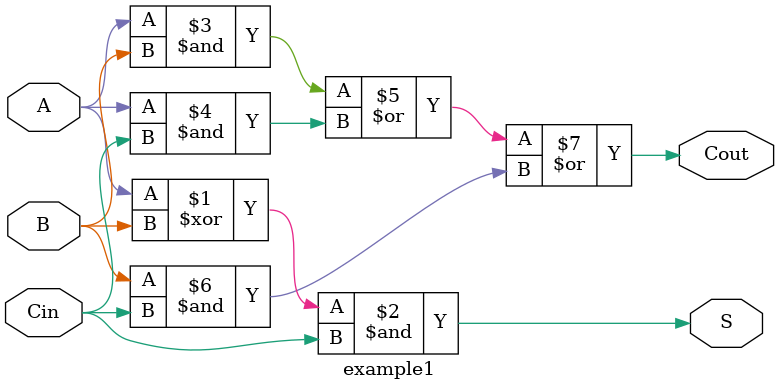
<source format=v>
module example1(A,B,Cin,S,Cout);
  input A,B,Cin;
  output S,Cout;
  assign S = (A^B) & Cin;
  assign Cout = (A&B) | (A&Cin) | (B&Cin);
endmodule
</source>
